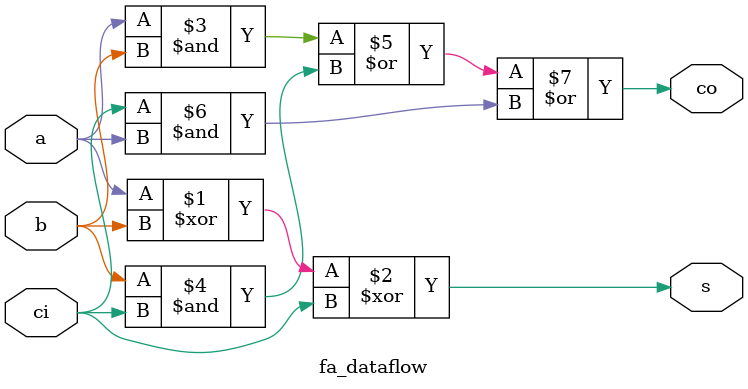
<source format=v>
`timescale 1ns / 1ps

//1960628 Prem Full adder Dataflow
module fa_dataflow(
    input a,
    input b,
    input ci,
    output s,
    output co
    );
assign s = a^b^ci;
assign co = (a&b) | (b&ci) | (ci&a);
endmodule

</source>
